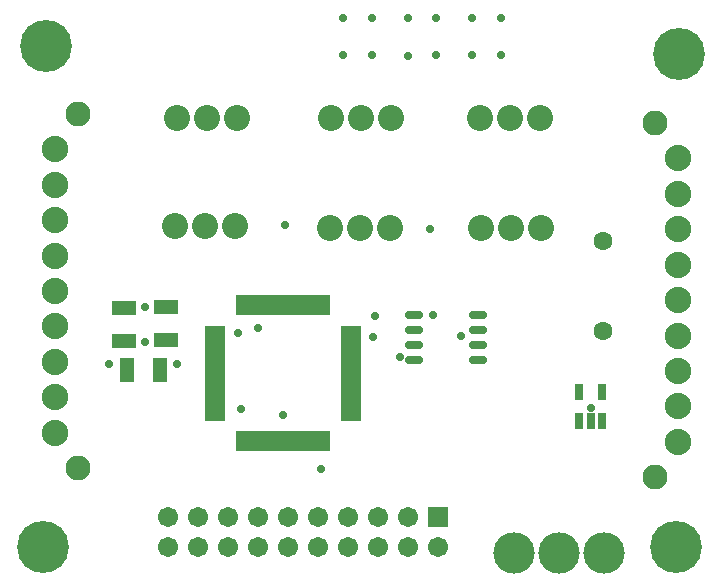
<source format=gts>
G04*
G04 #@! TF.GenerationSoftware,Altium Limited,Altium Designer,20.0.9 (164)*
G04*
G04 Layer_Color=8388736*
%FSLAX25Y25*%
%MOIN*%
G70*
G01*
G75*
%ADD25R,0.03162X0.05524*%
%ADD26O,0.06109X0.02762*%
%ADD27R,0.07965X0.04816*%
%ADD28R,0.06509X0.01981*%
%ADD29R,0.01981X0.06509*%
%ADD30R,0.04816X0.07965*%
%ADD31C,0.06312*%
%ADD32C,0.08674*%
%ADD33C,0.13800*%
%ADD34C,0.17300*%
%ADD35C,0.06706*%
%ADD36R,0.06706X0.06706*%
%ADD37C,0.08300*%
%ADD38C,0.08800*%
%ADD39C,0.02800*%
D25*
X189760Y64421D02*
D03*
X197240D02*
D03*
Y54579D02*
D03*
X193500D02*
D03*
X189760D02*
D03*
D26*
X134543Y75000D02*
D03*
Y80000D02*
D03*
Y85000D02*
D03*
Y90000D02*
D03*
X156000D02*
D03*
Y85000D02*
D03*
Y80000D02*
D03*
Y75000D02*
D03*
D27*
X38000Y92350D02*
D03*
Y81327D02*
D03*
X52000Y92512D02*
D03*
Y81488D02*
D03*
D28*
X68362Y85264D02*
D03*
Y83295D02*
D03*
Y81327D02*
D03*
Y79358D02*
D03*
Y77390D02*
D03*
Y75421D02*
D03*
Y73453D02*
D03*
Y71484D02*
D03*
Y69516D02*
D03*
Y67547D02*
D03*
Y65579D02*
D03*
Y63610D02*
D03*
Y61642D02*
D03*
Y59673D02*
D03*
Y57705D02*
D03*
Y55736D02*
D03*
X113638D02*
D03*
Y57705D02*
D03*
Y59673D02*
D03*
Y61642D02*
D03*
Y63610D02*
D03*
Y65579D02*
D03*
Y67547D02*
D03*
Y69516D02*
D03*
Y71484D02*
D03*
Y73453D02*
D03*
Y75421D02*
D03*
Y77390D02*
D03*
Y79358D02*
D03*
Y81327D02*
D03*
Y83295D02*
D03*
Y85264D02*
D03*
D29*
X76236Y47862D02*
D03*
X78205D02*
D03*
X80173D02*
D03*
X82142D02*
D03*
X84110D02*
D03*
X86079D02*
D03*
X88047D02*
D03*
X90016D02*
D03*
X91984D02*
D03*
X93953D02*
D03*
X95921D02*
D03*
X97890D02*
D03*
X99858D02*
D03*
X101827D02*
D03*
X103795D02*
D03*
X105764D02*
D03*
Y93138D02*
D03*
X103795D02*
D03*
X101827D02*
D03*
X99858D02*
D03*
X97890D02*
D03*
X95921D02*
D03*
X93953D02*
D03*
X91984D02*
D03*
X90016D02*
D03*
X88047D02*
D03*
X86079D02*
D03*
X84110D02*
D03*
X82142D02*
D03*
X80173D02*
D03*
X78205D02*
D03*
X76236D02*
D03*
D30*
X38988Y71500D02*
D03*
X50012D02*
D03*
D31*
X197500Y84500D02*
D03*
Y114500D02*
D03*
D32*
X55000Y119500D02*
D03*
X75000D02*
D03*
X65000D02*
D03*
X157000Y119000D02*
D03*
X177000D02*
D03*
X167000D02*
D03*
X106500D02*
D03*
X126500D02*
D03*
X116500D02*
D03*
X156500Y155500D02*
D03*
X176500D02*
D03*
X166500D02*
D03*
X55500D02*
D03*
X75500D02*
D03*
X65500D02*
D03*
X107000D02*
D03*
X127000D02*
D03*
X117000D02*
D03*
D33*
X168000Y10500D02*
D03*
X198000D02*
D03*
X183000D02*
D03*
D34*
X222000Y12500D02*
D03*
X11000D02*
D03*
X223000Y177000D02*
D03*
X12000Y179500D02*
D03*
D35*
X52500Y12500D02*
D03*
X62500D02*
D03*
X72500D02*
D03*
X82500D02*
D03*
X92500D02*
D03*
X102500D02*
D03*
X112500D02*
D03*
X122500D02*
D03*
X132500D02*
D03*
X142500D02*
D03*
X52500Y22500D02*
D03*
X62500D02*
D03*
X72500D02*
D03*
X82500D02*
D03*
X92500D02*
D03*
X102500D02*
D03*
X112500D02*
D03*
X122500D02*
D03*
X132500D02*
D03*
D36*
X142500D02*
D03*
D37*
X214783Y35823D02*
D03*
Y153933D02*
D03*
X22500Y157000D02*
D03*
Y38890D02*
D03*
D38*
X222500Y142122D02*
D03*
Y130311D02*
D03*
Y118500D02*
D03*
Y106689D02*
D03*
Y94878D02*
D03*
Y83067D02*
D03*
Y71256D02*
D03*
Y59445D02*
D03*
Y47634D02*
D03*
X14783Y50701D02*
D03*
Y62512D02*
D03*
Y74323D02*
D03*
Y86134D02*
D03*
Y97945D02*
D03*
Y109756D02*
D03*
Y121567D02*
D03*
Y133378D02*
D03*
Y145189D02*
D03*
D39*
X193500Y59000D02*
D03*
X150234Y82809D02*
D03*
X130000Y76000D02*
D03*
X120937Y82527D02*
D03*
X141000Y90000D02*
D03*
X55500Y73500D02*
D03*
X33000D02*
D03*
X45000Y81000D02*
D03*
Y92500D02*
D03*
X111000Y176500D02*
D03*
X76052Y84052D02*
D03*
X82500Y85500D02*
D03*
X77000Y58500D02*
D03*
X103500Y38500D02*
D03*
X132768Y176232D02*
D03*
X120500Y176500D02*
D03*
X132500Y189000D02*
D03*
X163500Y176500D02*
D03*
X154000Y189000D02*
D03*
X120500D02*
D03*
X142000D02*
D03*
Y176500D02*
D03*
X154000D02*
D03*
X163500Y189000D02*
D03*
X121500Y89500D02*
D03*
X140000Y118500D02*
D03*
X91500Y120000D02*
D03*
X111000Y189000D02*
D03*
X91000Y56500D02*
D03*
M02*

</source>
